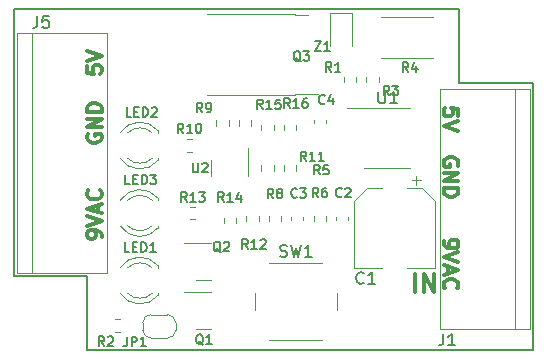
<source format=gto>
G04 #@! TF.GenerationSoftware,KiCad,Pcbnew,7.0.1-3b83917a11~172~ubuntu20.04.1*
G04 #@! TF.CreationDate,2023-04-02T02:43:19+02:00*
G04 #@! TF.ProjectId,C64Saver2,43363453-6176-4657-9232-2e6b69636164,0.1*
G04 #@! TF.SameCoordinates,Original*
G04 #@! TF.FileFunction,Legend,Top*
G04 #@! TF.FilePolarity,Positive*
%FSLAX46Y46*%
G04 Gerber Fmt 4.6, Leading zero omitted, Abs format (unit mm)*
G04 Created by KiCad (PCBNEW 7.0.1-3b83917a11~172~ubuntu20.04.1) date 2023-04-02 02:43:19*
%MOMM*%
%LPD*%
G01*
G04 APERTURE LIST*
%ADD10C,0.300000*%
%ADD11C,0.150000*%
%ADD12C,0.120000*%
G04 #@! TA.AperFunction,Profile*
%ADD13C,0.150000*%
G04 #@! TD*
G04 APERTURE END LIST*
D10*
X146648273Y-88503094D02*
X146648273Y-89098332D01*
X146648273Y-89098332D02*
X147243511Y-89157856D01*
X147243511Y-89157856D02*
X147183988Y-89098332D01*
X147183988Y-89098332D02*
X147124464Y-88979285D01*
X147124464Y-88979285D02*
X147124464Y-88681666D01*
X147124464Y-88681666D02*
X147183988Y-88562618D01*
X147183988Y-88562618D02*
X147243511Y-88503094D01*
X147243511Y-88503094D02*
X147362559Y-88443571D01*
X147362559Y-88443571D02*
X147660178Y-88443571D01*
X147660178Y-88443571D02*
X147779226Y-88503094D01*
X147779226Y-88503094D02*
X147838750Y-88562618D01*
X147838750Y-88562618D02*
X147898273Y-88681666D01*
X147898273Y-88681666D02*
X147898273Y-88979285D01*
X147898273Y-88979285D02*
X147838750Y-89098332D01*
X147838750Y-89098332D02*
X147779226Y-89157856D01*
X146648273Y-88086428D02*
X147898273Y-87669761D01*
X147898273Y-87669761D02*
X146648273Y-87253095D01*
X146707797Y-94297381D02*
X146648273Y-94416428D01*
X146648273Y-94416428D02*
X146648273Y-94595000D01*
X146648273Y-94595000D02*
X146707797Y-94773571D01*
X146707797Y-94773571D02*
X146826845Y-94892619D01*
X146826845Y-94892619D02*
X146945892Y-94952142D01*
X146945892Y-94952142D02*
X147183988Y-95011666D01*
X147183988Y-95011666D02*
X147362559Y-95011666D01*
X147362559Y-95011666D02*
X147600654Y-94952142D01*
X147600654Y-94952142D02*
X147719702Y-94892619D01*
X147719702Y-94892619D02*
X147838750Y-94773571D01*
X147838750Y-94773571D02*
X147898273Y-94595000D01*
X147898273Y-94595000D02*
X147898273Y-94475952D01*
X147898273Y-94475952D02*
X147838750Y-94297381D01*
X147838750Y-94297381D02*
X147779226Y-94237857D01*
X147779226Y-94237857D02*
X147362559Y-94237857D01*
X147362559Y-94237857D02*
X147362559Y-94475952D01*
X147898273Y-93702142D02*
X146648273Y-93702142D01*
X146648273Y-93702142D02*
X147898273Y-92987857D01*
X147898273Y-92987857D02*
X146648273Y-92987857D01*
X147898273Y-92392618D02*
X146648273Y-92392618D01*
X146648273Y-92392618D02*
X146648273Y-92094999D01*
X146648273Y-92094999D02*
X146707797Y-91916428D01*
X146707797Y-91916428D02*
X146826845Y-91797380D01*
X146826845Y-91797380D02*
X146945892Y-91737857D01*
X146945892Y-91737857D02*
X147183988Y-91678333D01*
X147183988Y-91678333D02*
X147362559Y-91678333D01*
X147362559Y-91678333D02*
X147600654Y-91737857D01*
X147600654Y-91737857D02*
X147719702Y-91797380D01*
X147719702Y-91797380D02*
X147838750Y-91916428D01*
X147838750Y-91916428D02*
X147898273Y-92094999D01*
X147898273Y-92094999D02*
X147898273Y-92392618D01*
X147898273Y-103026524D02*
X147898273Y-102788428D01*
X147898273Y-102788428D02*
X147838750Y-102669381D01*
X147838750Y-102669381D02*
X147779226Y-102609857D01*
X147779226Y-102609857D02*
X147600654Y-102490809D01*
X147600654Y-102490809D02*
X147362559Y-102431286D01*
X147362559Y-102431286D02*
X146886369Y-102431286D01*
X146886369Y-102431286D02*
X146767321Y-102490809D01*
X146767321Y-102490809D02*
X146707797Y-102550333D01*
X146707797Y-102550333D02*
X146648273Y-102669381D01*
X146648273Y-102669381D02*
X146648273Y-102907476D01*
X146648273Y-102907476D02*
X146707797Y-103026524D01*
X146707797Y-103026524D02*
X146767321Y-103086047D01*
X146767321Y-103086047D02*
X146886369Y-103145571D01*
X146886369Y-103145571D02*
X147183988Y-103145571D01*
X147183988Y-103145571D02*
X147303035Y-103086047D01*
X147303035Y-103086047D02*
X147362559Y-103026524D01*
X147362559Y-103026524D02*
X147422083Y-102907476D01*
X147422083Y-102907476D02*
X147422083Y-102669381D01*
X147422083Y-102669381D02*
X147362559Y-102550333D01*
X147362559Y-102550333D02*
X147303035Y-102490809D01*
X147303035Y-102490809D02*
X147183988Y-102431286D01*
X146648273Y-102074143D02*
X147898273Y-101657476D01*
X147898273Y-101657476D02*
X146648273Y-101240810D01*
X147541130Y-100883666D02*
X147541130Y-100288428D01*
X147898273Y-101002714D02*
X146648273Y-100586047D01*
X146648273Y-100586047D02*
X147898273Y-100169381D01*
X147779226Y-99038428D02*
X147838750Y-99097952D01*
X147838750Y-99097952D02*
X147898273Y-99276523D01*
X147898273Y-99276523D02*
X147898273Y-99395571D01*
X147898273Y-99395571D02*
X147838750Y-99574142D01*
X147838750Y-99574142D02*
X147719702Y-99693190D01*
X147719702Y-99693190D02*
X147600654Y-99752713D01*
X147600654Y-99752713D02*
X147362559Y-99812237D01*
X147362559Y-99812237D02*
X147183988Y-99812237D01*
X147183988Y-99812237D02*
X146945892Y-99752713D01*
X146945892Y-99752713D02*
X146826845Y-99693190D01*
X146826845Y-99693190D02*
X146707797Y-99574142D01*
X146707797Y-99574142D02*
X146648273Y-99395571D01*
X146648273Y-99395571D02*
X146648273Y-99276523D01*
X146648273Y-99276523D02*
X146707797Y-99097952D01*
X146707797Y-99097952D02*
X146767321Y-99038428D01*
X178031202Y-96964618D02*
X178090726Y-96845571D01*
X178090726Y-96845571D02*
X178090726Y-96666999D01*
X178090726Y-96666999D02*
X178031202Y-96488428D01*
X178031202Y-96488428D02*
X177912154Y-96369380D01*
X177912154Y-96369380D02*
X177793107Y-96309857D01*
X177793107Y-96309857D02*
X177555011Y-96250333D01*
X177555011Y-96250333D02*
X177376440Y-96250333D01*
X177376440Y-96250333D02*
X177138345Y-96309857D01*
X177138345Y-96309857D02*
X177019297Y-96369380D01*
X177019297Y-96369380D02*
X176900250Y-96488428D01*
X176900250Y-96488428D02*
X176840726Y-96666999D01*
X176840726Y-96666999D02*
X176840726Y-96786047D01*
X176840726Y-96786047D02*
X176900250Y-96964618D01*
X176900250Y-96964618D02*
X176959773Y-97024142D01*
X176959773Y-97024142D02*
X177376440Y-97024142D01*
X177376440Y-97024142D02*
X177376440Y-96786047D01*
X176840726Y-97559857D02*
X178090726Y-97559857D01*
X178090726Y-97559857D02*
X176840726Y-98274142D01*
X176840726Y-98274142D02*
X178090726Y-98274142D01*
X176840726Y-98869381D02*
X178090726Y-98869381D01*
X178090726Y-98869381D02*
X178090726Y-99167000D01*
X178090726Y-99167000D02*
X178031202Y-99345571D01*
X178031202Y-99345571D02*
X177912154Y-99464619D01*
X177912154Y-99464619D02*
X177793107Y-99524142D01*
X177793107Y-99524142D02*
X177555011Y-99583666D01*
X177555011Y-99583666D02*
X177376440Y-99583666D01*
X177376440Y-99583666D02*
X177138345Y-99524142D01*
X177138345Y-99524142D02*
X177019297Y-99464619D01*
X177019297Y-99464619D02*
X176900250Y-99345571D01*
X176900250Y-99345571D02*
X176840726Y-99167000D01*
X176840726Y-99167000D02*
X176840726Y-98869381D01*
X176840726Y-103348475D02*
X176840726Y-103586571D01*
X176840726Y-103586571D02*
X176900250Y-103705618D01*
X176900250Y-103705618D02*
X176959773Y-103765142D01*
X176959773Y-103765142D02*
X177138345Y-103884190D01*
X177138345Y-103884190D02*
X177376440Y-103943713D01*
X177376440Y-103943713D02*
X177852630Y-103943713D01*
X177852630Y-103943713D02*
X177971678Y-103884190D01*
X177971678Y-103884190D02*
X178031202Y-103824666D01*
X178031202Y-103824666D02*
X178090726Y-103705618D01*
X178090726Y-103705618D02*
X178090726Y-103467523D01*
X178090726Y-103467523D02*
X178031202Y-103348475D01*
X178031202Y-103348475D02*
X177971678Y-103288952D01*
X177971678Y-103288952D02*
X177852630Y-103229428D01*
X177852630Y-103229428D02*
X177555011Y-103229428D01*
X177555011Y-103229428D02*
X177435964Y-103288952D01*
X177435964Y-103288952D02*
X177376440Y-103348475D01*
X177376440Y-103348475D02*
X177316916Y-103467523D01*
X177316916Y-103467523D02*
X177316916Y-103705618D01*
X177316916Y-103705618D02*
X177376440Y-103824666D01*
X177376440Y-103824666D02*
X177435964Y-103884190D01*
X177435964Y-103884190D02*
X177555011Y-103943713D01*
X178090726Y-104300856D02*
X176840726Y-104717523D01*
X176840726Y-104717523D02*
X178090726Y-105134189D01*
X177197869Y-105491333D02*
X177197869Y-106086571D01*
X176840726Y-105372285D02*
X178090726Y-105788952D01*
X178090726Y-105788952D02*
X176840726Y-106205618D01*
X176959773Y-107336571D02*
X176900250Y-107277047D01*
X176900250Y-107277047D02*
X176840726Y-107098476D01*
X176840726Y-107098476D02*
X176840726Y-106979428D01*
X176840726Y-106979428D02*
X176900250Y-106800857D01*
X176900250Y-106800857D02*
X177019297Y-106681809D01*
X177019297Y-106681809D02*
X177138345Y-106622286D01*
X177138345Y-106622286D02*
X177376440Y-106562762D01*
X177376440Y-106562762D02*
X177555011Y-106562762D01*
X177555011Y-106562762D02*
X177793107Y-106622286D01*
X177793107Y-106622286D02*
X177912154Y-106681809D01*
X177912154Y-106681809D02*
X178031202Y-106800857D01*
X178031202Y-106800857D02*
X178090726Y-106979428D01*
X178090726Y-106979428D02*
X178090726Y-107098476D01*
X178090726Y-107098476D02*
X178031202Y-107277047D01*
X178031202Y-107277047D02*
X177971678Y-107336571D01*
X178090726Y-92725905D02*
X178090726Y-92130667D01*
X178090726Y-92130667D02*
X177495488Y-92071143D01*
X177495488Y-92071143D02*
X177555011Y-92130667D01*
X177555011Y-92130667D02*
X177614535Y-92249714D01*
X177614535Y-92249714D02*
X177614535Y-92547333D01*
X177614535Y-92547333D02*
X177555011Y-92666381D01*
X177555011Y-92666381D02*
X177495488Y-92725905D01*
X177495488Y-92725905D02*
X177376440Y-92785428D01*
X177376440Y-92785428D02*
X177078821Y-92785428D01*
X177078821Y-92785428D02*
X176959773Y-92725905D01*
X176959773Y-92725905D02*
X176900250Y-92666381D01*
X176900250Y-92666381D02*
X176840726Y-92547333D01*
X176840726Y-92547333D02*
X176840726Y-92249714D01*
X176840726Y-92249714D02*
X176900250Y-92130667D01*
X176900250Y-92130667D02*
X176959773Y-92071143D01*
X178090726Y-93142571D02*
X176840726Y-93559238D01*
X176840726Y-93559238D02*
X178090726Y-93975904D01*
X174450819Y-107661065D02*
X174450819Y-106161065D01*
X175165105Y-107661065D02*
X175165105Y-106161065D01*
X175165105Y-106161065D02*
X176022248Y-107661065D01*
X176022248Y-107661065D02*
X176022248Y-106161065D01*
D11*
X171323095Y-90677619D02*
X171323095Y-91487142D01*
X171323095Y-91487142D02*
X171370714Y-91582380D01*
X171370714Y-91582380D02*
X171418333Y-91630000D01*
X171418333Y-91630000D02*
X171513571Y-91677619D01*
X171513571Y-91677619D02*
X171704047Y-91677619D01*
X171704047Y-91677619D02*
X171799285Y-91630000D01*
X171799285Y-91630000D02*
X171846904Y-91582380D01*
X171846904Y-91582380D02*
X171894523Y-91487142D01*
X171894523Y-91487142D02*
X171894523Y-90677619D01*
X172894523Y-91677619D02*
X172323095Y-91677619D01*
X172608809Y-91677619D02*
X172608809Y-90677619D01*
X172608809Y-90677619D02*
X172513571Y-90820476D01*
X172513571Y-90820476D02*
X172418333Y-90915714D01*
X172418333Y-90915714D02*
X172323095Y-90963333D01*
X176798706Y-111168520D02*
X176798706Y-111882805D01*
X176798706Y-111882805D02*
X176751087Y-112025662D01*
X176751087Y-112025662D02*
X176655849Y-112120901D01*
X176655849Y-112120901D02*
X176512992Y-112168520D01*
X176512992Y-112168520D02*
X176417754Y-112168520D01*
X177798706Y-112168520D02*
X177227278Y-112168520D01*
X177512992Y-112168520D02*
X177512992Y-111168520D01*
X177512992Y-111168520D02*
X177417754Y-111311377D01*
X177417754Y-111311377D02*
X177322516Y-111406615D01*
X177322516Y-111406615D02*
X177227278Y-111454234D01*
X170071515Y-106859122D02*
X170023896Y-106906742D01*
X170023896Y-106906742D02*
X169881039Y-106954361D01*
X169881039Y-106954361D02*
X169785801Y-106954361D01*
X169785801Y-106954361D02*
X169642944Y-106906742D01*
X169642944Y-106906742D02*
X169547706Y-106811503D01*
X169547706Y-106811503D02*
X169500087Y-106716265D01*
X169500087Y-106716265D02*
X169452468Y-106525789D01*
X169452468Y-106525789D02*
X169452468Y-106382932D01*
X169452468Y-106382932D02*
X169500087Y-106192456D01*
X169500087Y-106192456D02*
X169547706Y-106097218D01*
X169547706Y-106097218D02*
X169642944Y-106001980D01*
X169642944Y-106001980D02*
X169785801Y-105954361D01*
X169785801Y-105954361D02*
X169881039Y-105954361D01*
X169881039Y-105954361D02*
X170023896Y-106001980D01*
X170023896Y-106001980D02*
X170071515Y-106049599D01*
X171023896Y-106954361D02*
X170452468Y-106954361D01*
X170738182Y-106954361D02*
X170738182Y-105954361D01*
X170738182Y-105954361D02*
X170642944Y-106097218D01*
X170642944Y-106097218D02*
X170547706Y-106192456D01*
X170547706Y-106192456D02*
X170452468Y-106240075D01*
X165192639Y-96554650D02*
X164925972Y-96173697D01*
X164735496Y-96554650D02*
X164735496Y-95754650D01*
X164735496Y-95754650D02*
X165040258Y-95754650D01*
X165040258Y-95754650D02*
X165116448Y-95792745D01*
X165116448Y-95792745D02*
X165154543Y-95830840D01*
X165154543Y-95830840D02*
X165192639Y-95907031D01*
X165192639Y-95907031D02*
X165192639Y-96021316D01*
X165192639Y-96021316D02*
X165154543Y-96097507D01*
X165154543Y-96097507D02*
X165116448Y-96135602D01*
X165116448Y-96135602D02*
X165040258Y-96173697D01*
X165040258Y-96173697D02*
X164735496Y-96173697D01*
X165954543Y-96554650D02*
X165497400Y-96554650D01*
X165725972Y-96554650D02*
X165725972Y-95754650D01*
X165725972Y-95754650D02*
X165649781Y-95868935D01*
X165649781Y-95868935D02*
X165573591Y-95945126D01*
X165573591Y-95945126D02*
X165497400Y-95983221D01*
X166716448Y-96554650D02*
X166259305Y-96554650D01*
X166487877Y-96554650D02*
X166487877Y-95754650D01*
X166487877Y-95754650D02*
X166411686Y-95868935D01*
X166411686Y-95868935D02*
X166335496Y-95945126D01*
X166335496Y-95945126D02*
X166259305Y-95983221D01*
X172246962Y-90985972D02*
X171980295Y-90605019D01*
X171789819Y-90985972D02*
X171789819Y-90185972D01*
X171789819Y-90185972D02*
X172094581Y-90185972D01*
X172094581Y-90185972D02*
X172170771Y-90224067D01*
X172170771Y-90224067D02*
X172208866Y-90262162D01*
X172208866Y-90262162D02*
X172246962Y-90338353D01*
X172246962Y-90338353D02*
X172246962Y-90452638D01*
X172246962Y-90452638D02*
X172208866Y-90528829D01*
X172208866Y-90528829D02*
X172170771Y-90566924D01*
X172170771Y-90566924D02*
X172094581Y-90605019D01*
X172094581Y-90605019D02*
X171789819Y-90605019D01*
X172513628Y-90185972D02*
X173008866Y-90185972D01*
X173008866Y-90185972D02*
X172742200Y-90490734D01*
X172742200Y-90490734D02*
X172856485Y-90490734D01*
X172856485Y-90490734D02*
X172932676Y-90528829D01*
X172932676Y-90528829D02*
X172970771Y-90566924D01*
X172970771Y-90566924D02*
X173008866Y-90643115D01*
X173008866Y-90643115D02*
X173008866Y-90833591D01*
X173008866Y-90833591D02*
X172970771Y-90909781D01*
X172970771Y-90909781D02*
X172932676Y-90947877D01*
X172932676Y-90947877D02*
X172856485Y-90985972D01*
X172856485Y-90985972D02*
X172627914Y-90985972D01*
X172627914Y-90985972D02*
X172551723Y-90947877D01*
X172551723Y-90947877D02*
X172513628Y-90909781D01*
X142442074Y-84276591D02*
X142442074Y-84990876D01*
X142442074Y-84990876D02*
X142394455Y-85133733D01*
X142394455Y-85133733D02*
X142299217Y-85228972D01*
X142299217Y-85228972D02*
X142156360Y-85276591D01*
X142156360Y-85276591D02*
X142061122Y-85276591D01*
X143394455Y-84276591D02*
X142918265Y-84276591D01*
X142918265Y-84276591D02*
X142870646Y-84752781D01*
X142870646Y-84752781D02*
X142918265Y-84705162D01*
X142918265Y-84705162D02*
X143013503Y-84657543D01*
X143013503Y-84657543D02*
X143251598Y-84657543D01*
X143251598Y-84657543D02*
X143346836Y-84705162D01*
X143346836Y-84705162D02*
X143394455Y-84752781D01*
X143394455Y-84752781D02*
X143442074Y-84848019D01*
X143442074Y-84848019D02*
X143442074Y-85086114D01*
X143442074Y-85086114D02*
X143394455Y-85181352D01*
X143394455Y-85181352D02*
X143346836Y-85228972D01*
X143346836Y-85228972D02*
X143251598Y-85276591D01*
X143251598Y-85276591D02*
X143013503Y-85276591D01*
X143013503Y-85276591D02*
X142918265Y-85228972D01*
X142918265Y-85228972D02*
X142870646Y-85181352D01*
X163823714Y-92064095D02*
X163557047Y-91683142D01*
X163366571Y-92064095D02*
X163366571Y-91264095D01*
X163366571Y-91264095D02*
X163671333Y-91264095D01*
X163671333Y-91264095D02*
X163747523Y-91302190D01*
X163747523Y-91302190D02*
X163785618Y-91340285D01*
X163785618Y-91340285D02*
X163823714Y-91416476D01*
X163823714Y-91416476D02*
X163823714Y-91530761D01*
X163823714Y-91530761D02*
X163785618Y-91606952D01*
X163785618Y-91606952D02*
X163747523Y-91645047D01*
X163747523Y-91645047D02*
X163671333Y-91683142D01*
X163671333Y-91683142D02*
X163366571Y-91683142D01*
X164585618Y-92064095D02*
X164128475Y-92064095D01*
X164357047Y-92064095D02*
X164357047Y-91264095D01*
X164357047Y-91264095D02*
X164280856Y-91378380D01*
X164280856Y-91378380D02*
X164204666Y-91454571D01*
X164204666Y-91454571D02*
X164128475Y-91492666D01*
X165271333Y-91264095D02*
X165118952Y-91264095D01*
X165118952Y-91264095D02*
X165042761Y-91302190D01*
X165042761Y-91302190D02*
X165004666Y-91340285D01*
X165004666Y-91340285D02*
X164928476Y-91454571D01*
X164928476Y-91454571D02*
X164890380Y-91606952D01*
X164890380Y-91606952D02*
X164890380Y-91911714D01*
X164890380Y-91911714D02*
X164928476Y-91987904D01*
X164928476Y-91987904D02*
X164966571Y-92026000D01*
X164966571Y-92026000D02*
X165042761Y-92064095D01*
X165042761Y-92064095D02*
X165195142Y-92064095D01*
X165195142Y-92064095D02*
X165271333Y-92026000D01*
X165271333Y-92026000D02*
X165309428Y-91987904D01*
X165309428Y-91987904D02*
X165347523Y-91911714D01*
X165347523Y-91911714D02*
X165347523Y-91721238D01*
X165347523Y-91721238D02*
X165309428Y-91645047D01*
X165309428Y-91645047D02*
X165271333Y-91606952D01*
X165271333Y-91606952D02*
X165195142Y-91568857D01*
X165195142Y-91568857D02*
X165042761Y-91568857D01*
X165042761Y-91568857D02*
X164966571Y-91606952D01*
X164966571Y-91606952D02*
X164928476Y-91645047D01*
X164928476Y-91645047D02*
X164890380Y-91721238D01*
X160267714Y-104002095D02*
X160001047Y-103621142D01*
X159810571Y-104002095D02*
X159810571Y-103202095D01*
X159810571Y-103202095D02*
X160115333Y-103202095D01*
X160115333Y-103202095D02*
X160191523Y-103240190D01*
X160191523Y-103240190D02*
X160229618Y-103278285D01*
X160229618Y-103278285D02*
X160267714Y-103354476D01*
X160267714Y-103354476D02*
X160267714Y-103468761D01*
X160267714Y-103468761D02*
X160229618Y-103544952D01*
X160229618Y-103544952D02*
X160191523Y-103583047D01*
X160191523Y-103583047D02*
X160115333Y-103621142D01*
X160115333Y-103621142D02*
X159810571Y-103621142D01*
X161029618Y-104002095D02*
X160572475Y-104002095D01*
X160801047Y-104002095D02*
X160801047Y-103202095D01*
X160801047Y-103202095D02*
X160724856Y-103316380D01*
X160724856Y-103316380D02*
X160648666Y-103392571D01*
X160648666Y-103392571D02*
X160572475Y-103430666D01*
X161334380Y-103278285D02*
X161372476Y-103240190D01*
X161372476Y-103240190D02*
X161448666Y-103202095D01*
X161448666Y-103202095D02*
X161639142Y-103202095D01*
X161639142Y-103202095D02*
X161715333Y-103240190D01*
X161715333Y-103240190D02*
X161753428Y-103278285D01*
X161753428Y-103278285D02*
X161791523Y-103354476D01*
X161791523Y-103354476D02*
X161791523Y-103430666D01*
X161791523Y-103430666D02*
X161753428Y-103544952D01*
X161753428Y-103544952D02*
X161296285Y-104002095D01*
X161296285Y-104002095D02*
X161791523Y-104002095D01*
X155600476Y-96725095D02*
X155600476Y-97372714D01*
X155600476Y-97372714D02*
X155638571Y-97448904D01*
X155638571Y-97448904D02*
X155676666Y-97487000D01*
X155676666Y-97487000D02*
X155752857Y-97525095D01*
X155752857Y-97525095D02*
X155905238Y-97525095D01*
X155905238Y-97525095D02*
X155981428Y-97487000D01*
X155981428Y-97487000D02*
X156019523Y-97448904D01*
X156019523Y-97448904D02*
X156057619Y-97372714D01*
X156057619Y-97372714D02*
X156057619Y-96725095D01*
X156400475Y-96801285D02*
X156438571Y-96763190D01*
X156438571Y-96763190D02*
X156514761Y-96725095D01*
X156514761Y-96725095D02*
X156705237Y-96725095D01*
X156705237Y-96725095D02*
X156781428Y-96763190D01*
X156781428Y-96763190D02*
X156819523Y-96801285D01*
X156819523Y-96801285D02*
X156857618Y-96877476D01*
X156857618Y-96877476D02*
X156857618Y-96953666D01*
X156857618Y-96953666D02*
X156819523Y-97067952D01*
X156819523Y-97067952D02*
X156362380Y-97525095D01*
X156362380Y-97525095D02*
X156857618Y-97525095D01*
X150039011Y-111429782D02*
X150039011Y-112001210D01*
X150039011Y-112001210D02*
X150000916Y-112115496D01*
X150000916Y-112115496D02*
X149924725Y-112191687D01*
X149924725Y-112191687D02*
X149810440Y-112229782D01*
X149810440Y-112229782D02*
X149734249Y-112229782D01*
X150419964Y-112229782D02*
X150419964Y-111429782D01*
X150419964Y-111429782D02*
X150724726Y-111429782D01*
X150724726Y-111429782D02*
X150800916Y-111467877D01*
X150800916Y-111467877D02*
X150839011Y-111505972D01*
X150839011Y-111505972D02*
X150877107Y-111582163D01*
X150877107Y-111582163D02*
X150877107Y-111696448D01*
X150877107Y-111696448D02*
X150839011Y-111772639D01*
X150839011Y-111772639D02*
X150800916Y-111810734D01*
X150800916Y-111810734D02*
X150724726Y-111848829D01*
X150724726Y-111848829D02*
X150419964Y-111848829D01*
X151639011Y-112229782D02*
X151181868Y-112229782D01*
X151410440Y-112229782D02*
X151410440Y-111429782D01*
X151410440Y-111429782D02*
X151334249Y-111544067D01*
X151334249Y-111544067D02*
X151258059Y-111620258D01*
X151258059Y-111620258D02*
X151181868Y-111658353D01*
X168214857Y-99559208D02*
X168176761Y-99597304D01*
X168176761Y-99597304D02*
X168062476Y-99635399D01*
X168062476Y-99635399D02*
X167986285Y-99635399D01*
X167986285Y-99635399D02*
X167871999Y-99597304D01*
X167871999Y-99597304D02*
X167795809Y-99521113D01*
X167795809Y-99521113D02*
X167757714Y-99444923D01*
X167757714Y-99444923D02*
X167719618Y-99292542D01*
X167719618Y-99292542D02*
X167719618Y-99178256D01*
X167719618Y-99178256D02*
X167757714Y-99025875D01*
X167757714Y-99025875D02*
X167795809Y-98949684D01*
X167795809Y-98949684D02*
X167871999Y-98873494D01*
X167871999Y-98873494D02*
X167986285Y-98835399D01*
X167986285Y-98835399D02*
X168062476Y-98835399D01*
X168062476Y-98835399D02*
X168176761Y-98873494D01*
X168176761Y-98873494D02*
X168214857Y-98911589D01*
X168519618Y-98911589D02*
X168557714Y-98873494D01*
X168557714Y-98873494D02*
X168633904Y-98835399D01*
X168633904Y-98835399D02*
X168824380Y-98835399D01*
X168824380Y-98835399D02*
X168900571Y-98873494D01*
X168900571Y-98873494D02*
X168938666Y-98911589D01*
X168938666Y-98911589D02*
X168976761Y-98987780D01*
X168976761Y-98987780D02*
X168976761Y-99063970D01*
X168976761Y-99063970D02*
X168938666Y-99178256D01*
X168938666Y-99178256D02*
X168481523Y-99635399D01*
X168481523Y-99635399D02*
X168976761Y-99635399D01*
X166364726Y-97699106D02*
X166098059Y-97318153D01*
X165907583Y-97699106D02*
X165907583Y-96899106D01*
X165907583Y-96899106D02*
X166212345Y-96899106D01*
X166212345Y-96899106D02*
X166288535Y-96937201D01*
X166288535Y-96937201D02*
X166326630Y-96975296D01*
X166326630Y-96975296D02*
X166364726Y-97051487D01*
X166364726Y-97051487D02*
X166364726Y-97165772D01*
X166364726Y-97165772D02*
X166326630Y-97241963D01*
X166326630Y-97241963D02*
X166288535Y-97280058D01*
X166288535Y-97280058D02*
X166212345Y-97318153D01*
X166212345Y-97318153D02*
X165907583Y-97318153D01*
X167088535Y-96899106D02*
X166707583Y-96899106D01*
X166707583Y-96899106D02*
X166669487Y-97280058D01*
X166669487Y-97280058D02*
X166707583Y-97241963D01*
X166707583Y-97241963D02*
X166783773Y-97203868D01*
X166783773Y-97203868D02*
X166974249Y-97203868D01*
X166974249Y-97203868D02*
X167050440Y-97241963D01*
X167050440Y-97241963D02*
X167088535Y-97280058D01*
X167088535Y-97280058D02*
X167126630Y-97356249D01*
X167126630Y-97356249D02*
X167126630Y-97546725D01*
X167126630Y-97546725D02*
X167088535Y-97622915D01*
X167088535Y-97622915D02*
X167050440Y-97661011D01*
X167050440Y-97661011D02*
X166974249Y-97699106D01*
X166974249Y-97699106D02*
X166783773Y-97699106D01*
X166783773Y-97699106D02*
X166707583Y-97661011D01*
X166707583Y-97661011D02*
X166669487Y-97622915D01*
X156478783Y-112116273D02*
X156402593Y-112078178D01*
X156402593Y-112078178D02*
X156326402Y-112001988D01*
X156326402Y-112001988D02*
X156212116Y-111887702D01*
X156212116Y-111887702D02*
X156135926Y-111849607D01*
X156135926Y-111849607D02*
X156059735Y-111849607D01*
X156097831Y-112040083D02*
X156021640Y-112001988D01*
X156021640Y-112001988D02*
X155945450Y-111925797D01*
X155945450Y-111925797D02*
X155907354Y-111773416D01*
X155907354Y-111773416D02*
X155907354Y-111506749D01*
X155907354Y-111506749D02*
X155945450Y-111354368D01*
X155945450Y-111354368D02*
X156021640Y-111278178D01*
X156021640Y-111278178D02*
X156097831Y-111240083D01*
X156097831Y-111240083D02*
X156250212Y-111240083D01*
X156250212Y-111240083D02*
X156326402Y-111278178D01*
X156326402Y-111278178D02*
X156402593Y-111354368D01*
X156402593Y-111354368D02*
X156440688Y-111506749D01*
X156440688Y-111506749D02*
X156440688Y-111773416D01*
X156440688Y-111773416D02*
X156402593Y-111925797D01*
X156402593Y-111925797D02*
X156326402Y-112001988D01*
X156326402Y-112001988D02*
X156250212Y-112040083D01*
X156250212Y-112040083D02*
X156097831Y-112040083D01*
X157202592Y-112040083D02*
X156745449Y-112040083D01*
X156974021Y-112040083D02*
X156974021Y-111240083D01*
X156974021Y-111240083D02*
X156897830Y-111354368D01*
X156897830Y-111354368D02*
X156821640Y-111430559D01*
X156821640Y-111430559D02*
X156745449Y-111468654D01*
X162426667Y-99705001D02*
X162160000Y-99324048D01*
X161969524Y-99705001D02*
X161969524Y-98905001D01*
X161969524Y-98905001D02*
X162274286Y-98905001D01*
X162274286Y-98905001D02*
X162350476Y-98943096D01*
X162350476Y-98943096D02*
X162388571Y-98981191D01*
X162388571Y-98981191D02*
X162426667Y-99057382D01*
X162426667Y-99057382D02*
X162426667Y-99171667D01*
X162426667Y-99171667D02*
X162388571Y-99247858D01*
X162388571Y-99247858D02*
X162350476Y-99285953D01*
X162350476Y-99285953D02*
X162274286Y-99324048D01*
X162274286Y-99324048D02*
X161969524Y-99324048D01*
X162883809Y-99247858D02*
X162807619Y-99209763D01*
X162807619Y-99209763D02*
X162769524Y-99171667D01*
X162769524Y-99171667D02*
X162731428Y-99095477D01*
X162731428Y-99095477D02*
X162731428Y-99057382D01*
X162731428Y-99057382D02*
X162769524Y-98981191D01*
X162769524Y-98981191D02*
X162807619Y-98943096D01*
X162807619Y-98943096D02*
X162883809Y-98905001D01*
X162883809Y-98905001D02*
X163036190Y-98905001D01*
X163036190Y-98905001D02*
X163112381Y-98943096D01*
X163112381Y-98943096D02*
X163150476Y-98981191D01*
X163150476Y-98981191D02*
X163188571Y-99057382D01*
X163188571Y-99057382D02*
X163188571Y-99095477D01*
X163188571Y-99095477D02*
X163150476Y-99171667D01*
X163150476Y-99171667D02*
X163112381Y-99209763D01*
X163112381Y-99209763D02*
X163036190Y-99247858D01*
X163036190Y-99247858D02*
X162883809Y-99247858D01*
X162883809Y-99247858D02*
X162807619Y-99285953D01*
X162807619Y-99285953D02*
X162769524Y-99324048D01*
X162769524Y-99324048D02*
X162731428Y-99400239D01*
X162731428Y-99400239D02*
X162731428Y-99552620D01*
X162731428Y-99552620D02*
X162769524Y-99628810D01*
X162769524Y-99628810D02*
X162807619Y-99666906D01*
X162807619Y-99666906D02*
X162883809Y-99705001D01*
X162883809Y-99705001D02*
X163036190Y-99705001D01*
X163036190Y-99705001D02*
X163112381Y-99666906D01*
X163112381Y-99666906D02*
X163150476Y-99628810D01*
X163150476Y-99628810D02*
X163188571Y-99552620D01*
X163188571Y-99552620D02*
X163188571Y-99400239D01*
X163188571Y-99400239D02*
X163150476Y-99324048D01*
X163150476Y-99324048D02*
X163112381Y-99285953D01*
X163112381Y-99285953D02*
X163036190Y-99247858D01*
X150281825Y-98525987D02*
X149900873Y-98525987D01*
X149900873Y-98525987D02*
X149900873Y-97725987D01*
X150548492Y-98106939D02*
X150815158Y-98106939D01*
X150929444Y-98525987D02*
X150548492Y-98525987D01*
X150548492Y-98525987D02*
X150548492Y-97725987D01*
X150548492Y-97725987D02*
X150929444Y-97725987D01*
X151272302Y-98525987D02*
X151272302Y-97725987D01*
X151272302Y-97725987D02*
X151462778Y-97725987D01*
X151462778Y-97725987D02*
X151577064Y-97764082D01*
X151577064Y-97764082D02*
X151653254Y-97840272D01*
X151653254Y-97840272D02*
X151691349Y-97916463D01*
X151691349Y-97916463D02*
X151729445Y-98068844D01*
X151729445Y-98068844D02*
X151729445Y-98183130D01*
X151729445Y-98183130D02*
X151691349Y-98335511D01*
X151691349Y-98335511D02*
X151653254Y-98411701D01*
X151653254Y-98411701D02*
X151577064Y-98487892D01*
X151577064Y-98487892D02*
X151462778Y-98525987D01*
X151462778Y-98525987D02*
X151272302Y-98525987D01*
X151996111Y-97725987D02*
X152491349Y-97725987D01*
X152491349Y-97725987D02*
X152224683Y-98030749D01*
X152224683Y-98030749D02*
X152338968Y-98030749D01*
X152338968Y-98030749D02*
X152415159Y-98068844D01*
X152415159Y-98068844D02*
X152453254Y-98106939D01*
X152453254Y-98106939D02*
X152491349Y-98183130D01*
X152491349Y-98183130D02*
X152491349Y-98373606D01*
X152491349Y-98373606D02*
X152453254Y-98449796D01*
X152453254Y-98449796D02*
X152415159Y-98487892D01*
X152415159Y-98487892D02*
X152338968Y-98525987D01*
X152338968Y-98525987D02*
X152110397Y-98525987D01*
X152110397Y-98525987D02*
X152034206Y-98487892D01*
X152034206Y-98487892D02*
X151996111Y-98449796D01*
X166236667Y-99625394D02*
X165970000Y-99244441D01*
X165779524Y-99625394D02*
X165779524Y-98825394D01*
X165779524Y-98825394D02*
X166084286Y-98825394D01*
X166084286Y-98825394D02*
X166160476Y-98863489D01*
X166160476Y-98863489D02*
X166198571Y-98901584D01*
X166198571Y-98901584D02*
X166236667Y-98977775D01*
X166236667Y-98977775D02*
X166236667Y-99092060D01*
X166236667Y-99092060D02*
X166198571Y-99168251D01*
X166198571Y-99168251D02*
X166160476Y-99206346D01*
X166160476Y-99206346D02*
X166084286Y-99244441D01*
X166084286Y-99244441D02*
X165779524Y-99244441D01*
X166922381Y-98825394D02*
X166770000Y-98825394D01*
X166770000Y-98825394D02*
X166693809Y-98863489D01*
X166693809Y-98863489D02*
X166655714Y-98901584D01*
X166655714Y-98901584D02*
X166579524Y-99015870D01*
X166579524Y-99015870D02*
X166541428Y-99168251D01*
X166541428Y-99168251D02*
X166541428Y-99473013D01*
X166541428Y-99473013D02*
X166579524Y-99549203D01*
X166579524Y-99549203D02*
X166617619Y-99587299D01*
X166617619Y-99587299D02*
X166693809Y-99625394D01*
X166693809Y-99625394D02*
X166846190Y-99625394D01*
X166846190Y-99625394D02*
X166922381Y-99587299D01*
X166922381Y-99587299D02*
X166960476Y-99549203D01*
X166960476Y-99549203D02*
X166998571Y-99473013D01*
X166998571Y-99473013D02*
X166998571Y-99282537D01*
X166998571Y-99282537D02*
X166960476Y-99206346D01*
X166960476Y-99206346D02*
X166922381Y-99168251D01*
X166922381Y-99168251D02*
X166846190Y-99130156D01*
X166846190Y-99130156D02*
X166693809Y-99130156D01*
X166693809Y-99130156D02*
X166617619Y-99168251D01*
X166617619Y-99168251D02*
X166579524Y-99206346D01*
X166579524Y-99206346D02*
X166541428Y-99282537D01*
X148114327Y-112215082D02*
X147847660Y-111834129D01*
X147657184Y-112215082D02*
X147657184Y-111415082D01*
X147657184Y-111415082D02*
X147961946Y-111415082D01*
X147961946Y-111415082D02*
X148038136Y-111453177D01*
X148038136Y-111453177D02*
X148076231Y-111491272D01*
X148076231Y-111491272D02*
X148114327Y-111567463D01*
X148114327Y-111567463D02*
X148114327Y-111681748D01*
X148114327Y-111681748D02*
X148076231Y-111757939D01*
X148076231Y-111757939D02*
X148038136Y-111796034D01*
X148038136Y-111796034D02*
X147961946Y-111834129D01*
X147961946Y-111834129D02*
X147657184Y-111834129D01*
X148419088Y-111491272D02*
X148457184Y-111453177D01*
X148457184Y-111453177D02*
X148533374Y-111415082D01*
X148533374Y-111415082D02*
X148723850Y-111415082D01*
X148723850Y-111415082D02*
X148800041Y-111453177D01*
X148800041Y-111453177D02*
X148838136Y-111491272D01*
X148838136Y-111491272D02*
X148876231Y-111567463D01*
X148876231Y-111567463D02*
X148876231Y-111643653D01*
X148876231Y-111643653D02*
X148838136Y-111757939D01*
X148838136Y-111757939D02*
X148380993Y-112215082D01*
X148380993Y-112215082D02*
X148876231Y-112215082D01*
X155093387Y-100011586D02*
X154826720Y-99630633D01*
X154636244Y-100011586D02*
X154636244Y-99211586D01*
X154636244Y-99211586D02*
X154941006Y-99211586D01*
X154941006Y-99211586D02*
X155017196Y-99249681D01*
X155017196Y-99249681D02*
X155055291Y-99287776D01*
X155055291Y-99287776D02*
X155093387Y-99363967D01*
X155093387Y-99363967D02*
X155093387Y-99478252D01*
X155093387Y-99478252D02*
X155055291Y-99554443D01*
X155055291Y-99554443D02*
X155017196Y-99592538D01*
X155017196Y-99592538D02*
X154941006Y-99630633D01*
X154941006Y-99630633D02*
X154636244Y-99630633D01*
X155855291Y-100011586D02*
X155398148Y-100011586D01*
X155626720Y-100011586D02*
X155626720Y-99211586D01*
X155626720Y-99211586D02*
X155550529Y-99325871D01*
X155550529Y-99325871D02*
X155474339Y-99402062D01*
X155474339Y-99402062D02*
X155398148Y-99440157D01*
X156121958Y-99211586D02*
X156617196Y-99211586D01*
X156617196Y-99211586D02*
X156350530Y-99516348D01*
X156350530Y-99516348D02*
X156464815Y-99516348D01*
X156464815Y-99516348D02*
X156541006Y-99554443D01*
X156541006Y-99554443D02*
X156579101Y-99592538D01*
X156579101Y-99592538D02*
X156617196Y-99668729D01*
X156617196Y-99668729D02*
X156617196Y-99859205D01*
X156617196Y-99859205D02*
X156579101Y-99935395D01*
X156579101Y-99935395D02*
X156541006Y-99973491D01*
X156541006Y-99973491D02*
X156464815Y-100011586D01*
X156464815Y-100011586D02*
X156236244Y-100011586D01*
X156236244Y-100011586D02*
X156160053Y-99973491D01*
X156160053Y-99973491D02*
X156121958Y-99935395D01*
X165925556Y-86428797D02*
X166458890Y-86428797D01*
X166458890Y-86428797D02*
X165925556Y-87228797D01*
X165925556Y-87228797D02*
X166458890Y-87228797D01*
X167182699Y-87228797D02*
X166725556Y-87228797D01*
X166954128Y-87228797D02*
X166954128Y-86428797D01*
X166954128Y-86428797D02*
X166877937Y-86543082D01*
X166877937Y-86543082D02*
X166801747Y-86619273D01*
X166801747Y-86619273D02*
X166725556Y-86657368D01*
X164422522Y-99583914D02*
X164384426Y-99622010D01*
X164384426Y-99622010D02*
X164270141Y-99660105D01*
X164270141Y-99660105D02*
X164193950Y-99660105D01*
X164193950Y-99660105D02*
X164079664Y-99622010D01*
X164079664Y-99622010D02*
X164003474Y-99545819D01*
X164003474Y-99545819D02*
X163965379Y-99469629D01*
X163965379Y-99469629D02*
X163927283Y-99317248D01*
X163927283Y-99317248D02*
X163927283Y-99202962D01*
X163927283Y-99202962D02*
X163965379Y-99050581D01*
X163965379Y-99050581D02*
X164003474Y-98974390D01*
X164003474Y-98974390D02*
X164079664Y-98898200D01*
X164079664Y-98898200D02*
X164193950Y-98860105D01*
X164193950Y-98860105D02*
X164270141Y-98860105D01*
X164270141Y-98860105D02*
X164384426Y-98898200D01*
X164384426Y-98898200D02*
X164422522Y-98936295D01*
X164689188Y-98860105D02*
X165184426Y-98860105D01*
X165184426Y-98860105D02*
X164917760Y-99164867D01*
X164917760Y-99164867D02*
X165032045Y-99164867D01*
X165032045Y-99164867D02*
X165108236Y-99202962D01*
X165108236Y-99202962D02*
X165146331Y-99241057D01*
X165146331Y-99241057D02*
X165184426Y-99317248D01*
X165184426Y-99317248D02*
X165184426Y-99507724D01*
X165184426Y-99507724D02*
X165146331Y-99583914D01*
X165146331Y-99583914D02*
X165108236Y-99622010D01*
X165108236Y-99622010D02*
X165032045Y-99660105D01*
X165032045Y-99660105D02*
X164803474Y-99660105D01*
X164803474Y-99660105D02*
X164727283Y-99622010D01*
X164727283Y-99622010D02*
X164689188Y-99583914D01*
X157964665Y-104274833D02*
X157888475Y-104236738D01*
X157888475Y-104236738D02*
X157812284Y-104160548D01*
X157812284Y-104160548D02*
X157697998Y-104046262D01*
X157697998Y-104046262D02*
X157621808Y-104008167D01*
X157621808Y-104008167D02*
X157545617Y-104008167D01*
X157583713Y-104198643D02*
X157507522Y-104160548D01*
X157507522Y-104160548D02*
X157431332Y-104084357D01*
X157431332Y-104084357D02*
X157393236Y-103931976D01*
X157393236Y-103931976D02*
X157393236Y-103665309D01*
X157393236Y-103665309D02*
X157431332Y-103512928D01*
X157431332Y-103512928D02*
X157507522Y-103436738D01*
X157507522Y-103436738D02*
X157583713Y-103398643D01*
X157583713Y-103398643D02*
X157736094Y-103398643D01*
X157736094Y-103398643D02*
X157812284Y-103436738D01*
X157812284Y-103436738D02*
X157888475Y-103512928D01*
X157888475Y-103512928D02*
X157926570Y-103665309D01*
X157926570Y-103665309D02*
X157926570Y-103931976D01*
X157926570Y-103931976D02*
X157888475Y-104084357D01*
X157888475Y-104084357D02*
X157812284Y-104160548D01*
X157812284Y-104160548D02*
X157736094Y-104198643D01*
X157736094Y-104198643D02*
X157583713Y-104198643D01*
X158231331Y-103474833D02*
X158269427Y-103436738D01*
X158269427Y-103436738D02*
X158345617Y-103398643D01*
X158345617Y-103398643D02*
X158536093Y-103398643D01*
X158536093Y-103398643D02*
X158612284Y-103436738D01*
X158612284Y-103436738D02*
X158650379Y-103474833D01*
X158650379Y-103474833D02*
X158688474Y-103551024D01*
X158688474Y-103551024D02*
X158688474Y-103627214D01*
X158688474Y-103627214D02*
X158650379Y-103741500D01*
X158650379Y-103741500D02*
X158193236Y-104198643D01*
X158193236Y-104198643D02*
X158688474Y-104198643D01*
X154806714Y-94190095D02*
X154540047Y-93809142D01*
X154349571Y-94190095D02*
X154349571Y-93390095D01*
X154349571Y-93390095D02*
X154654333Y-93390095D01*
X154654333Y-93390095D02*
X154730523Y-93428190D01*
X154730523Y-93428190D02*
X154768618Y-93466285D01*
X154768618Y-93466285D02*
X154806714Y-93542476D01*
X154806714Y-93542476D02*
X154806714Y-93656761D01*
X154806714Y-93656761D02*
X154768618Y-93732952D01*
X154768618Y-93732952D02*
X154730523Y-93771047D01*
X154730523Y-93771047D02*
X154654333Y-93809142D01*
X154654333Y-93809142D02*
X154349571Y-93809142D01*
X155568618Y-94190095D02*
X155111475Y-94190095D01*
X155340047Y-94190095D02*
X155340047Y-93390095D01*
X155340047Y-93390095D02*
X155263856Y-93504380D01*
X155263856Y-93504380D02*
X155187666Y-93580571D01*
X155187666Y-93580571D02*
X155111475Y-93618666D01*
X156063857Y-93390095D02*
X156140047Y-93390095D01*
X156140047Y-93390095D02*
X156216238Y-93428190D01*
X156216238Y-93428190D02*
X156254333Y-93466285D01*
X156254333Y-93466285D02*
X156292428Y-93542476D01*
X156292428Y-93542476D02*
X156330523Y-93694857D01*
X156330523Y-93694857D02*
X156330523Y-93885333D01*
X156330523Y-93885333D02*
X156292428Y-94037714D01*
X156292428Y-94037714D02*
X156254333Y-94113904D01*
X156254333Y-94113904D02*
X156216238Y-94152000D01*
X156216238Y-94152000D02*
X156140047Y-94190095D01*
X156140047Y-94190095D02*
X156063857Y-94190095D01*
X156063857Y-94190095D02*
X155987666Y-94152000D01*
X155987666Y-94152000D02*
X155949571Y-94113904D01*
X155949571Y-94113904D02*
X155911476Y-94037714D01*
X155911476Y-94037714D02*
X155873380Y-93885333D01*
X155873380Y-93885333D02*
X155873380Y-93694857D01*
X155873380Y-93694857D02*
X155911476Y-93542476D01*
X155911476Y-93542476D02*
X155949571Y-93466285D01*
X155949571Y-93466285D02*
X155987666Y-93428190D01*
X155987666Y-93428190D02*
X156063857Y-93390095D01*
X166775139Y-91668491D02*
X166737043Y-91706587D01*
X166737043Y-91706587D02*
X166622758Y-91744682D01*
X166622758Y-91744682D02*
X166546567Y-91744682D01*
X166546567Y-91744682D02*
X166432281Y-91706587D01*
X166432281Y-91706587D02*
X166356091Y-91630396D01*
X166356091Y-91630396D02*
X166317996Y-91554206D01*
X166317996Y-91554206D02*
X166279900Y-91401825D01*
X166279900Y-91401825D02*
X166279900Y-91287539D01*
X166279900Y-91287539D02*
X166317996Y-91135158D01*
X166317996Y-91135158D02*
X166356091Y-91058967D01*
X166356091Y-91058967D02*
X166432281Y-90982777D01*
X166432281Y-90982777D02*
X166546567Y-90944682D01*
X166546567Y-90944682D02*
X166622758Y-90944682D01*
X166622758Y-90944682D02*
X166737043Y-90982777D01*
X166737043Y-90982777D02*
X166775139Y-91020872D01*
X167460853Y-91211348D02*
X167460853Y-91744682D01*
X167270377Y-90906587D02*
X167079900Y-91478015D01*
X167079900Y-91478015D02*
X167575139Y-91478015D01*
X158235714Y-100010680D02*
X157969047Y-99629727D01*
X157778571Y-100010680D02*
X157778571Y-99210680D01*
X157778571Y-99210680D02*
X158083333Y-99210680D01*
X158083333Y-99210680D02*
X158159523Y-99248775D01*
X158159523Y-99248775D02*
X158197618Y-99286870D01*
X158197618Y-99286870D02*
X158235714Y-99363061D01*
X158235714Y-99363061D02*
X158235714Y-99477346D01*
X158235714Y-99477346D02*
X158197618Y-99553537D01*
X158197618Y-99553537D02*
X158159523Y-99591632D01*
X158159523Y-99591632D02*
X158083333Y-99629727D01*
X158083333Y-99629727D02*
X157778571Y-99629727D01*
X158997618Y-100010680D02*
X158540475Y-100010680D01*
X158769047Y-100010680D02*
X158769047Y-99210680D01*
X158769047Y-99210680D02*
X158692856Y-99324965D01*
X158692856Y-99324965D02*
X158616666Y-99401156D01*
X158616666Y-99401156D02*
X158540475Y-99439251D01*
X159683333Y-99477346D02*
X159683333Y-100010680D01*
X159492857Y-99172585D02*
X159302380Y-99744013D01*
X159302380Y-99744013D02*
X159797619Y-99744013D01*
X164736519Y-88125309D02*
X164660329Y-88087214D01*
X164660329Y-88087214D02*
X164584138Y-88011024D01*
X164584138Y-88011024D02*
X164469852Y-87896738D01*
X164469852Y-87896738D02*
X164393662Y-87858643D01*
X164393662Y-87858643D02*
X164317471Y-87858643D01*
X164355567Y-88049119D02*
X164279376Y-88011024D01*
X164279376Y-88011024D02*
X164203186Y-87934833D01*
X164203186Y-87934833D02*
X164165090Y-87782452D01*
X164165090Y-87782452D02*
X164165090Y-87515785D01*
X164165090Y-87515785D02*
X164203186Y-87363404D01*
X164203186Y-87363404D02*
X164279376Y-87287214D01*
X164279376Y-87287214D02*
X164355567Y-87249119D01*
X164355567Y-87249119D02*
X164507948Y-87249119D01*
X164507948Y-87249119D02*
X164584138Y-87287214D01*
X164584138Y-87287214D02*
X164660329Y-87363404D01*
X164660329Y-87363404D02*
X164698424Y-87515785D01*
X164698424Y-87515785D02*
X164698424Y-87782452D01*
X164698424Y-87782452D02*
X164660329Y-87934833D01*
X164660329Y-87934833D02*
X164584138Y-88011024D01*
X164584138Y-88011024D02*
X164507948Y-88049119D01*
X164507948Y-88049119D02*
X164355567Y-88049119D01*
X164965090Y-87249119D02*
X165460328Y-87249119D01*
X165460328Y-87249119D02*
X165193662Y-87553881D01*
X165193662Y-87553881D02*
X165307947Y-87553881D01*
X165307947Y-87553881D02*
X165384138Y-87591976D01*
X165384138Y-87591976D02*
X165422233Y-87630071D01*
X165422233Y-87630071D02*
X165460328Y-87706262D01*
X165460328Y-87706262D02*
X165460328Y-87896738D01*
X165460328Y-87896738D02*
X165422233Y-87972928D01*
X165422233Y-87972928D02*
X165384138Y-88011024D01*
X165384138Y-88011024D02*
X165307947Y-88049119D01*
X165307947Y-88049119D02*
X165079376Y-88049119D01*
X165079376Y-88049119D02*
X165003185Y-88011024D01*
X165003185Y-88011024D02*
X164965090Y-87972928D01*
X150380648Y-92806602D02*
X149999696Y-92806602D01*
X149999696Y-92806602D02*
X149999696Y-92006602D01*
X150647315Y-92387554D02*
X150913981Y-92387554D01*
X151028267Y-92806602D02*
X150647315Y-92806602D01*
X150647315Y-92806602D02*
X150647315Y-92006602D01*
X150647315Y-92006602D02*
X151028267Y-92006602D01*
X151371125Y-92806602D02*
X151371125Y-92006602D01*
X151371125Y-92006602D02*
X151561601Y-92006602D01*
X151561601Y-92006602D02*
X151675887Y-92044697D01*
X151675887Y-92044697D02*
X151752077Y-92120887D01*
X151752077Y-92120887D02*
X151790172Y-92197078D01*
X151790172Y-92197078D02*
X151828268Y-92349459D01*
X151828268Y-92349459D02*
X151828268Y-92463745D01*
X151828268Y-92463745D02*
X151790172Y-92616126D01*
X151790172Y-92616126D02*
X151752077Y-92692316D01*
X151752077Y-92692316D02*
X151675887Y-92768507D01*
X151675887Y-92768507D02*
X151561601Y-92806602D01*
X151561601Y-92806602D02*
X151371125Y-92806602D01*
X152133029Y-92082792D02*
X152171125Y-92044697D01*
X152171125Y-92044697D02*
X152247315Y-92006602D01*
X152247315Y-92006602D02*
X152437791Y-92006602D01*
X152437791Y-92006602D02*
X152513982Y-92044697D01*
X152513982Y-92044697D02*
X152552077Y-92082792D01*
X152552077Y-92082792D02*
X152590172Y-92158983D01*
X152590172Y-92158983D02*
X152590172Y-92235173D01*
X152590172Y-92235173D02*
X152552077Y-92349459D01*
X152552077Y-92349459D02*
X152094934Y-92806602D01*
X152094934Y-92806602D02*
X152590172Y-92806602D01*
X156389269Y-92448467D02*
X156122602Y-92067514D01*
X155932126Y-92448467D02*
X155932126Y-91648467D01*
X155932126Y-91648467D02*
X156236888Y-91648467D01*
X156236888Y-91648467D02*
X156313078Y-91686562D01*
X156313078Y-91686562D02*
X156351173Y-91724657D01*
X156351173Y-91724657D02*
X156389269Y-91800848D01*
X156389269Y-91800848D02*
X156389269Y-91915133D01*
X156389269Y-91915133D02*
X156351173Y-91991324D01*
X156351173Y-91991324D02*
X156313078Y-92029419D01*
X156313078Y-92029419D02*
X156236888Y-92067514D01*
X156236888Y-92067514D02*
X155932126Y-92067514D01*
X156770221Y-92448467D02*
X156922602Y-92448467D01*
X156922602Y-92448467D02*
X156998792Y-92410372D01*
X156998792Y-92410372D02*
X157036888Y-92372276D01*
X157036888Y-92372276D02*
X157113078Y-92257991D01*
X157113078Y-92257991D02*
X157151173Y-92105610D01*
X157151173Y-92105610D02*
X157151173Y-91800848D01*
X157151173Y-91800848D02*
X157113078Y-91724657D01*
X157113078Y-91724657D02*
X157074983Y-91686562D01*
X157074983Y-91686562D02*
X156998792Y-91648467D01*
X156998792Y-91648467D02*
X156846411Y-91648467D01*
X156846411Y-91648467D02*
X156770221Y-91686562D01*
X156770221Y-91686562D02*
X156732126Y-91724657D01*
X156732126Y-91724657D02*
X156694030Y-91800848D01*
X156694030Y-91800848D02*
X156694030Y-91991324D01*
X156694030Y-91991324D02*
X156732126Y-92067514D01*
X156732126Y-92067514D02*
X156770221Y-92105610D01*
X156770221Y-92105610D02*
X156846411Y-92143705D01*
X156846411Y-92143705D02*
X156998792Y-92143705D01*
X156998792Y-92143705D02*
X157074983Y-92105610D01*
X157074983Y-92105610D02*
X157113078Y-92067514D01*
X157113078Y-92067514D02*
X157151173Y-91991324D01*
X173856667Y-89016095D02*
X173590000Y-88635142D01*
X173399524Y-89016095D02*
X173399524Y-88216095D01*
X173399524Y-88216095D02*
X173704286Y-88216095D01*
X173704286Y-88216095D02*
X173780476Y-88254190D01*
X173780476Y-88254190D02*
X173818571Y-88292285D01*
X173818571Y-88292285D02*
X173856667Y-88368476D01*
X173856667Y-88368476D02*
X173856667Y-88482761D01*
X173856667Y-88482761D02*
X173818571Y-88558952D01*
X173818571Y-88558952D02*
X173780476Y-88597047D01*
X173780476Y-88597047D02*
X173704286Y-88635142D01*
X173704286Y-88635142D02*
X173399524Y-88635142D01*
X174542381Y-88482761D02*
X174542381Y-89016095D01*
X174351905Y-88178000D02*
X174161428Y-88749428D01*
X174161428Y-88749428D02*
X174656667Y-88749428D01*
X150244766Y-104257725D02*
X149863814Y-104257725D01*
X149863814Y-104257725D02*
X149863814Y-103457725D01*
X150511433Y-103838677D02*
X150778099Y-103838677D01*
X150892385Y-104257725D02*
X150511433Y-104257725D01*
X150511433Y-104257725D02*
X150511433Y-103457725D01*
X150511433Y-103457725D02*
X150892385Y-103457725D01*
X151235243Y-104257725D02*
X151235243Y-103457725D01*
X151235243Y-103457725D02*
X151425719Y-103457725D01*
X151425719Y-103457725D02*
X151540005Y-103495820D01*
X151540005Y-103495820D02*
X151616195Y-103572010D01*
X151616195Y-103572010D02*
X151654290Y-103648201D01*
X151654290Y-103648201D02*
X151692386Y-103800582D01*
X151692386Y-103800582D02*
X151692386Y-103914868D01*
X151692386Y-103914868D02*
X151654290Y-104067249D01*
X151654290Y-104067249D02*
X151616195Y-104143439D01*
X151616195Y-104143439D02*
X151540005Y-104219630D01*
X151540005Y-104219630D02*
X151425719Y-104257725D01*
X151425719Y-104257725D02*
X151235243Y-104257725D01*
X152454290Y-104257725D02*
X151997147Y-104257725D01*
X152225719Y-104257725D02*
X152225719Y-103457725D01*
X152225719Y-103457725D02*
X152149528Y-103572010D01*
X152149528Y-103572010D02*
X152073338Y-103648201D01*
X152073338Y-103648201D02*
X151997147Y-103686296D01*
X161514539Y-92154036D02*
X161247872Y-91773083D01*
X161057396Y-92154036D02*
X161057396Y-91354036D01*
X161057396Y-91354036D02*
X161362158Y-91354036D01*
X161362158Y-91354036D02*
X161438348Y-91392131D01*
X161438348Y-91392131D02*
X161476443Y-91430226D01*
X161476443Y-91430226D02*
X161514539Y-91506417D01*
X161514539Y-91506417D02*
X161514539Y-91620702D01*
X161514539Y-91620702D02*
X161476443Y-91696893D01*
X161476443Y-91696893D02*
X161438348Y-91734988D01*
X161438348Y-91734988D02*
X161362158Y-91773083D01*
X161362158Y-91773083D02*
X161057396Y-91773083D01*
X162276443Y-92154036D02*
X161819300Y-92154036D01*
X162047872Y-92154036D02*
X162047872Y-91354036D01*
X162047872Y-91354036D02*
X161971681Y-91468321D01*
X161971681Y-91468321D02*
X161895491Y-91544512D01*
X161895491Y-91544512D02*
X161819300Y-91582607D01*
X163000253Y-91354036D02*
X162619301Y-91354036D01*
X162619301Y-91354036D02*
X162581205Y-91734988D01*
X162581205Y-91734988D02*
X162619301Y-91696893D01*
X162619301Y-91696893D02*
X162695491Y-91658798D01*
X162695491Y-91658798D02*
X162885967Y-91658798D01*
X162885967Y-91658798D02*
X162962158Y-91696893D01*
X162962158Y-91696893D02*
X163000253Y-91734988D01*
X163000253Y-91734988D02*
X163038348Y-91811179D01*
X163038348Y-91811179D02*
X163038348Y-92001655D01*
X163038348Y-92001655D02*
X163000253Y-92077845D01*
X163000253Y-92077845D02*
X162962158Y-92115941D01*
X162962158Y-92115941D02*
X162885967Y-92154036D01*
X162885967Y-92154036D02*
X162695491Y-92154036D01*
X162695491Y-92154036D02*
X162619301Y-92115941D01*
X162619301Y-92115941D02*
X162581205Y-92077845D01*
X167346985Y-88988922D02*
X167080318Y-88607969D01*
X166889842Y-88988922D02*
X166889842Y-88188922D01*
X166889842Y-88188922D02*
X167194604Y-88188922D01*
X167194604Y-88188922D02*
X167270794Y-88227017D01*
X167270794Y-88227017D02*
X167308889Y-88265112D01*
X167308889Y-88265112D02*
X167346985Y-88341303D01*
X167346985Y-88341303D02*
X167346985Y-88455588D01*
X167346985Y-88455588D02*
X167308889Y-88531779D01*
X167308889Y-88531779D02*
X167270794Y-88569874D01*
X167270794Y-88569874D02*
X167194604Y-88607969D01*
X167194604Y-88607969D02*
X166889842Y-88607969D01*
X168108889Y-88988922D02*
X167651746Y-88988922D01*
X167880318Y-88988922D02*
X167880318Y-88188922D01*
X167880318Y-88188922D02*
X167804127Y-88303207D01*
X167804127Y-88303207D02*
X167727937Y-88379398D01*
X167727937Y-88379398D02*
X167651746Y-88417493D01*
X163004667Y-104623000D02*
X163147524Y-104670619D01*
X163147524Y-104670619D02*
X163385619Y-104670619D01*
X163385619Y-104670619D02*
X163480857Y-104623000D01*
X163480857Y-104623000D02*
X163528476Y-104575380D01*
X163528476Y-104575380D02*
X163576095Y-104480142D01*
X163576095Y-104480142D02*
X163576095Y-104384904D01*
X163576095Y-104384904D02*
X163528476Y-104289666D01*
X163528476Y-104289666D02*
X163480857Y-104242047D01*
X163480857Y-104242047D02*
X163385619Y-104194428D01*
X163385619Y-104194428D02*
X163195143Y-104146809D01*
X163195143Y-104146809D02*
X163099905Y-104099190D01*
X163099905Y-104099190D02*
X163052286Y-104051571D01*
X163052286Y-104051571D02*
X163004667Y-103956333D01*
X163004667Y-103956333D02*
X163004667Y-103861095D01*
X163004667Y-103861095D02*
X163052286Y-103765857D01*
X163052286Y-103765857D02*
X163099905Y-103718238D01*
X163099905Y-103718238D02*
X163195143Y-103670619D01*
X163195143Y-103670619D02*
X163433238Y-103670619D01*
X163433238Y-103670619D02*
X163576095Y-103718238D01*
X163909429Y-103670619D02*
X164147524Y-104670619D01*
X164147524Y-104670619D02*
X164338000Y-103956333D01*
X164338000Y-103956333D02*
X164528476Y-104670619D01*
X164528476Y-104670619D02*
X164766572Y-103670619D01*
X165671333Y-104670619D02*
X165099905Y-104670619D01*
X165385619Y-104670619D02*
X165385619Y-103670619D01*
X165385619Y-103670619D02*
X165290381Y-103813476D01*
X165290381Y-103813476D02*
X165195143Y-103908714D01*
X165195143Y-103908714D02*
X165099905Y-103956333D01*
D12*
X172085000Y-92055000D02*
X174035000Y-92055000D01*
X172085000Y-97175000D02*
X174035000Y-97175000D01*
X172085000Y-92055000D02*
X168635000Y-92055000D01*
X172085000Y-97175000D02*
X170135000Y-97175000D01*
X176530000Y-110744000D02*
X184150000Y-110744000D01*
X176530000Y-110744000D02*
X176530000Y-90424000D01*
X184150000Y-110744000D02*
X184150000Y-90424000D01*
X182880000Y-90424000D02*
X182880000Y-110744000D01*
X184150000Y-90424000D02*
X176530000Y-90424000D01*
X174529708Y-97810874D02*
X174529708Y-98598374D01*
X174923458Y-98204624D02*
X174135958Y-98204624D01*
X175027771Y-98838374D02*
X173742208Y-98838374D01*
X175027771Y-98838374D02*
X176092208Y-99902811D01*
X170336645Y-98838374D02*
X171622208Y-98838374D01*
X170336645Y-98838374D02*
X169272208Y-99902811D01*
X176092208Y-99902811D02*
X176092208Y-105658374D01*
X169272208Y-99902811D02*
X169272208Y-105658374D01*
X176092208Y-105658374D02*
X173742208Y-105658374D01*
X169272208Y-105658374D02*
X171622208Y-105658374D01*
X160542500Y-93107742D02*
X160542500Y-93582258D01*
X159497500Y-93107742D02*
X159497500Y-93582258D01*
X161402500Y-97392258D02*
X161402500Y-96917742D01*
X162447500Y-97392258D02*
X162447500Y-96917742D01*
X171337500Y-89424742D02*
X171337500Y-89899258D01*
X170292500Y-89424742D02*
X170292500Y-89899258D01*
X148336000Y-85725000D02*
X140716000Y-85725000D01*
X148336000Y-85725000D02*
X148336000Y-106045000D01*
X140716000Y-85725000D02*
X140716000Y-106045000D01*
X141986000Y-106045000D02*
X141986000Y-85725000D01*
X140716000Y-106045000D02*
X148336000Y-106045000D01*
X164352500Y-93488742D02*
X164352500Y-93963258D01*
X163307500Y-93488742D02*
X163307500Y-93963258D01*
X161177500Y-101172742D02*
X161177500Y-101647258D01*
X160132500Y-101172742D02*
X160132500Y-101647258D01*
X160310000Y-97155000D02*
X160310000Y-95480000D01*
X160310000Y-97155000D02*
X160310000Y-97805000D01*
X157190000Y-97155000D02*
X157190000Y-96505000D01*
X157190000Y-97155000D02*
X157190000Y-97805000D01*
X154164630Y-110255705D02*
X154164630Y-110855705D01*
X153464630Y-111555705D02*
X152064630Y-111555705D01*
X152064630Y-109555705D02*
X153464630Y-109555705D01*
X151364630Y-110855705D02*
X151364630Y-110255705D01*
X153464630Y-111555705D02*
G75*
G03*
X154164630Y-110855705I1J699999D01*
G01*
X154164630Y-110255705D02*
G75*
G03*
X153464630Y-109555705I-699999J1D01*
G01*
X151364630Y-110855705D02*
G75*
G03*
X152064630Y-111555705I700000J0D01*
G01*
X152064630Y-109555705D02*
G75*
G03*
X151364630Y-110255705I0J-700000D01*
G01*
X168785000Y-101269420D02*
X168785000Y-101550580D01*
X167765000Y-101269420D02*
X167765000Y-101550580D01*
X164352500Y-96917742D02*
X164352500Y-97392258D01*
X163307500Y-96917742D02*
X163307500Y-97392258D01*
X156512500Y-107660000D02*
X154837500Y-107660000D01*
X156512500Y-107660000D02*
X157162500Y-107660000D01*
X156512500Y-110780000D02*
X155862500Y-110780000D01*
X156512500Y-110780000D02*
X157162500Y-110780000D01*
X163082500Y-101172742D02*
X163082500Y-101647258D01*
X162037500Y-101172742D02*
X162037500Y-101647258D01*
X152690000Y-102201000D02*
X152690000Y-102045000D01*
X152690000Y-99885000D02*
X152690000Y-99729000D01*
X149457666Y-102043608D02*
G75*
G03*
X152689999Y-102200515I1672334J1078608D01*
G01*
X150088871Y-102044836D02*
G75*
G03*
X152170960Y-102044999I1041129J1079836D01*
G01*
X152170960Y-99885001D02*
G75*
G03*
X150088871Y-99885164I-1040960J-1079999D01*
G01*
X152689999Y-99729485D02*
G75*
G03*
X149457666Y-99886392I-1559999J-1235515D01*
G01*
X166892500Y-101172742D02*
X166892500Y-101647258D01*
X165847500Y-101172742D02*
X165847500Y-101647258D01*
X148987742Y-109967500D02*
X149462258Y-109967500D01*
X148987742Y-111012500D02*
X149462258Y-111012500D01*
X155812258Y-101487500D02*
X155337742Y-101487500D01*
X155812258Y-100442500D02*
X155337742Y-100442500D01*
X169108000Y-83992000D02*
X167188000Y-83992000D01*
X167188000Y-83992000D02*
X167188000Y-86852000D01*
X169108000Y-86852000D02*
X169108000Y-83992000D01*
X164975000Y-101269420D02*
X164975000Y-101550580D01*
X163955000Y-101269420D02*
X163955000Y-101550580D01*
X156512500Y-103535000D02*
X154837500Y-103535000D01*
X156512500Y-103535000D02*
X157162500Y-103535000D01*
X156512500Y-106655000D02*
X155862500Y-106655000D01*
X156512500Y-106655000D02*
X157162500Y-106655000D01*
X155083742Y-94727500D02*
X155558258Y-94727500D01*
X155083742Y-95772500D02*
X155558258Y-95772500D01*
X166880000Y-93064420D02*
X166880000Y-93345580D01*
X165860000Y-93064420D02*
X165860000Y-93345580D01*
X159272500Y-101362742D02*
X159272500Y-101837258D01*
X158227500Y-101362742D02*
X158227500Y-101837258D01*
X164280000Y-91002000D02*
X164280000Y-90902000D01*
X164280000Y-90902000D02*
X166180000Y-90902000D01*
X164280000Y-84202000D02*
X165380000Y-84202000D01*
X164280000Y-84102000D02*
X164280000Y-84202000D01*
X156780000Y-91002000D02*
X164280000Y-91002000D01*
X156780000Y-84102000D02*
X164280000Y-84102000D01*
X152690000Y-96486000D02*
X152690000Y-96330000D01*
X152690000Y-94170000D02*
X152690000Y-94014000D01*
X149457666Y-96328608D02*
G75*
G03*
X152689999Y-96485515I1672334J1078608D01*
G01*
X150088871Y-96329836D02*
G75*
G03*
X152170960Y-96329999I1041129J1079836D01*
G01*
X152170960Y-94170001D02*
G75*
G03*
X150088871Y-94170164I-1040960J-1079999D01*
G01*
X152689999Y-94014485D02*
G75*
G03*
X149457666Y-94171392I-1559999J-1235515D01*
G01*
X158637500Y-93107742D02*
X158637500Y-93582258D01*
X157592500Y-93107742D02*
X157592500Y-93582258D01*
X175913064Y-87816000D02*
X171558936Y-87816000D01*
X175913064Y-84396000D02*
X171558936Y-84396000D01*
X152690000Y-107916000D02*
X152690000Y-107760000D01*
X152690000Y-105600000D02*
X152690000Y-105444000D01*
X149457666Y-107758608D02*
G75*
G03*
X152689999Y-107915515I1672334J1078608D01*
G01*
X150088871Y-107759836D02*
G75*
G03*
X152170960Y-107759999I1041129J1079836D01*
G01*
X152170960Y-105600001D02*
G75*
G03*
X150088871Y-105600164I-1040960J-1079999D01*
G01*
X152689999Y-105444485D02*
G75*
G03*
X149457666Y-105601392I-1559999J-1235515D01*
G01*
X162447500Y-93488742D02*
X162447500Y-93963258D01*
X161402500Y-93488742D02*
X161402500Y-93963258D01*
X169432500Y-89424742D02*
X169432500Y-89899258D01*
X168387500Y-89424742D02*
X168387500Y-89899258D01*
X160838000Y-107708000D02*
X160838000Y-109208000D01*
X162088000Y-111708000D02*
X166588000Y-111708000D01*
X166588000Y-105208000D02*
X162088000Y-105208000D01*
X167838000Y-109208000D02*
X167838000Y-107708000D01*
D13*
X146685000Y-106299000D02*
X140462000Y-106299000D01*
X184404000Y-89916000D02*
X184404000Y-112522000D01*
X140462000Y-106299000D02*
X140462000Y-83693000D01*
X178181000Y-83693000D02*
X178181000Y-89916000D01*
X140462000Y-83693000D02*
X178181000Y-83693000D01*
X184404000Y-112522000D02*
X146685000Y-112522000D01*
X178181000Y-89916000D02*
X184404000Y-89916000D01*
X146685000Y-112522000D02*
X146685000Y-106299000D01*
M02*

</source>
